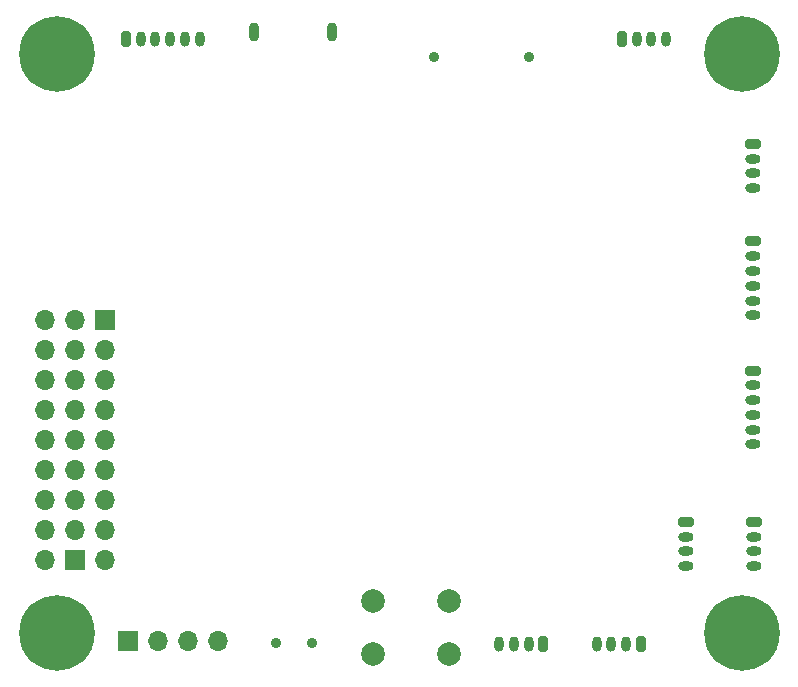
<source format=gbr>
%TF.GenerationSoftware,KiCad,Pcbnew,(6.0.6)*%
%TF.CreationDate,2022-09-02T11:51:31+03:00*%
%TF.ProjectId,FC0,4643302e-6b69-4636-9164-5f7063625858,rev?*%
%TF.SameCoordinates,Original*%
%TF.FileFunction,Soldermask,Bot*%
%TF.FilePolarity,Negative*%
%FSLAX46Y46*%
G04 Gerber Fmt 4.6, Leading zero omitted, Abs format (unit mm)*
G04 Created by KiCad (PCBNEW (6.0.6)) date 2022-09-02 11:51:31*
%MOMM*%
%LPD*%
G01*
G04 APERTURE LIST*
G04 Aperture macros list*
%AMRoundRect*
0 Rectangle with rounded corners*
0 $1 Rounding radius*
0 $2 $3 $4 $5 $6 $7 $8 $9 X,Y pos of 4 corners*
0 Add a 4 corners polygon primitive as box body*
4,1,4,$2,$3,$4,$5,$6,$7,$8,$9,$2,$3,0*
0 Add four circle primitives for the rounded corners*
1,1,$1+$1,$2,$3*
1,1,$1+$1,$4,$5*
1,1,$1+$1,$6,$7*
1,1,$1+$1,$8,$9*
0 Add four rect primitives between the rounded corners*
20,1,$1+$1,$2,$3,$4,$5,0*
20,1,$1+$1,$4,$5,$6,$7,0*
20,1,$1+$1,$6,$7,$8,$9,0*
20,1,$1+$1,$8,$9,$2,$3,0*%
G04 Aperture macros list end*
%ADD10C,0.800000*%
%ADD11C,6.400000*%
%ADD12C,2.000000*%
%ADD13RoundRect,0.200000X0.200000X0.450000X-0.200000X0.450000X-0.200000X-0.450000X0.200000X-0.450000X0*%
%ADD14O,0.800000X1.300000*%
%ADD15RoundRect,0.200000X-0.450000X0.200000X-0.450000X-0.200000X0.450000X-0.200000X0.450000X0.200000X0*%
%ADD16O,1.300000X0.800000*%
%ADD17RoundRect,0.200000X-0.200000X-0.450000X0.200000X-0.450000X0.200000X0.450000X-0.200000X0.450000X0*%
%ADD18R,1.700000X1.700000*%
%ADD19O,1.700000X1.700000*%
%ADD20C,0.900000*%
%ADD21O,0.900000X1.600000*%
G04 APERTURE END LIST*
D10*
%TO.C,H1*%
X160400000Y-149000000D03*
X159697056Y-150697056D03*
X155600000Y-149000000D03*
X158000000Y-146600000D03*
X159697056Y-147302944D03*
X158000000Y-151400000D03*
X156302944Y-150697056D03*
D11*
X158000000Y-149000000D03*
D10*
X156302944Y-147302944D03*
%TD*%
D12*
%TO.C,SW1*%
X126746000Y-150804000D03*
X133246000Y-150804000D03*
X126746000Y-146304000D03*
X133246000Y-146304000D03*
%TD*%
D13*
%TO.C,J4*%
X149449000Y-149918000D03*
D14*
X148199000Y-149918000D03*
X146949000Y-149918000D03*
X145699000Y-149918000D03*
%TD*%
D13*
%TO.C,J3*%
X141204000Y-149917750D03*
D14*
X139954000Y-149917750D03*
X138704000Y-149917750D03*
X137454000Y-149917750D03*
%TD*%
D15*
%TO.C,J12*%
X153294000Y-139603000D03*
D16*
X153294000Y-140853000D03*
X153294000Y-142103000D03*
X153294000Y-143353000D03*
%TD*%
D15*
%TO.C,J11*%
X159062000Y-139603000D03*
D16*
X159062000Y-140853000D03*
X159062000Y-142103000D03*
X159062000Y-143353000D03*
%TD*%
D15*
%TO.C,J7*%
X158935000Y-115864000D03*
D16*
X158935000Y-117114000D03*
X158935000Y-118364000D03*
X158935000Y-119614000D03*
X158935000Y-120864000D03*
X158935000Y-122114000D03*
%TD*%
D17*
%TO.C,J9*%
X147848000Y-98748000D03*
D14*
X149098000Y-98748000D03*
X150348000Y-98748000D03*
X151598000Y-98748000D03*
%TD*%
D18*
%TO.C,J6*%
X101519000Y-142855000D03*
D19*
X98979000Y-142855000D03*
X101519000Y-140315000D03*
X98979000Y-140315000D03*
X101519000Y-137775000D03*
X98979000Y-137775000D03*
X101519000Y-135235000D03*
X98979000Y-135235000D03*
X101519000Y-132695000D03*
X98979000Y-132695000D03*
X101519000Y-130155000D03*
X98979000Y-130155000D03*
X101519000Y-127615000D03*
X98979000Y-127615000D03*
X101519000Y-125075000D03*
X98979000Y-125075000D03*
X101519000Y-122535000D03*
X98979000Y-122535000D03*
%TD*%
D20*
%TO.C,SW2*%
X118573000Y-149842000D03*
X121573000Y-149842000D03*
%TD*%
D21*
%TO.C,J14*%
X123285000Y-98116000D03*
X116685000Y-98116000D03*
%TD*%
D10*
%TO.C,H2*%
X101697056Y-98302944D03*
X100000000Y-102400000D03*
X100000000Y-97600000D03*
X98302944Y-98302944D03*
X98302944Y-101697056D03*
D11*
X100000000Y-100000000D03*
D10*
X102400000Y-100000000D03*
X97600000Y-100000000D03*
X101697056Y-101697056D03*
%TD*%
D15*
%TO.C,J8*%
X158935000Y-107599000D03*
D16*
X158935000Y-108849000D03*
X158935000Y-110099000D03*
X158935000Y-111349000D03*
%TD*%
D11*
%TO.C,H4*%
X100000000Y-149000000D03*
D10*
X100000000Y-151400000D03*
X102400000Y-149000000D03*
X101697056Y-150697056D03*
X98302944Y-150697056D03*
X101697056Y-147302944D03*
X97600000Y-149000000D03*
X100000000Y-146600000D03*
X98302944Y-147302944D03*
%TD*%
D15*
%TO.C,J10*%
X158935000Y-126796000D03*
D16*
X158935000Y-128046000D03*
X158935000Y-129296000D03*
X158935000Y-130546000D03*
X158935000Y-131796000D03*
X158935000Y-133046000D03*
%TD*%
D18*
%TO.C,J13*%
X106045000Y-149733000D03*
D19*
X108585000Y-149733000D03*
X111125000Y-149733000D03*
X113665000Y-149733000D03*
%TD*%
D17*
%TO.C,J2*%
X105841000Y-98748000D03*
D14*
X107091000Y-98748000D03*
X108341000Y-98748000D03*
X109591000Y-98748000D03*
X110841000Y-98748000D03*
X112091000Y-98748000D03*
%TD*%
D18*
%TO.C,J5*%
X104059000Y-122555000D03*
D19*
X104059000Y-125095000D03*
X104059000Y-127635000D03*
X104059000Y-130175000D03*
X104059000Y-132715000D03*
X104059000Y-135255000D03*
X104059000Y-137795000D03*
X104059000Y-140335000D03*
X104059000Y-142875000D03*
%TD*%
D10*
%TO.C,H3*%
X160400000Y-100000000D03*
X155600000Y-100000000D03*
X159697056Y-98302944D03*
X156302944Y-101697056D03*
X158000000Y-97600000D03*
X156302944Y-98302944D03*
X158000000Y-102400000D03*
X159697056Y-101697056D03*
D11*
X158000000Y-100000000D03*
%TD*%
D20*
%TO.C,J1*%
X131954000Y-100236000D03*
X139954000Y-100236000D03*
%TD*%
M02*

</source>
